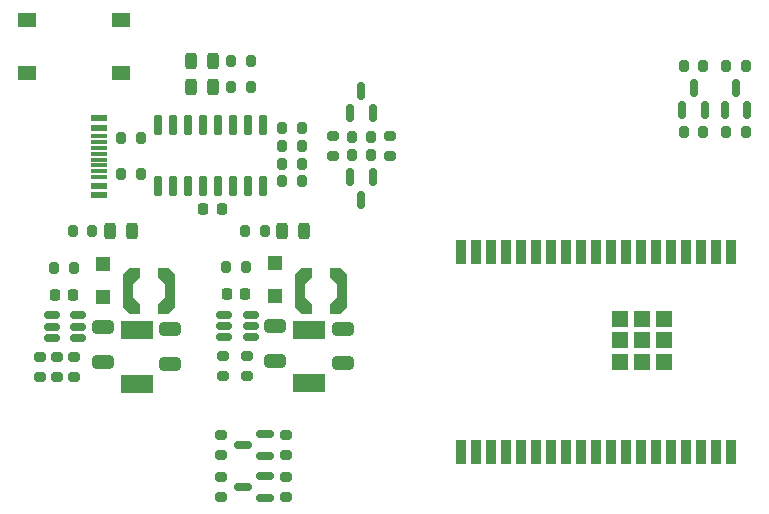
<source format=gbr>
%TF.GenerationSoftware,KiCad,Pcbnew,(6.0.9)*%
%TF.CreationDate,2023-07-14T01:44:04+02:00*%
%TF.ProjectId,Arduino_ESP,41726475-696e-46f5-9f45-53502e6b6963,rev?*%
%TF.SameCoordinates,Original*%
%TF.FileFunction,Paste,Top*%
%TF.FilePolarity,Positive*%
%FSLAX46Y46*%
G04 Gerber Fmt 4.6, Leading zero omitted, Abs format (unit mm)*
G04 Created by KiCad (PCBNEW (6.0.9)) date 2023-07-14 01:44:04*
%MOMM*%
%LPD*%
G01*
G04 APERTURE LIST*
G04 Aperture macros list*
%AMRoundRect*
0 Rectangle with rounded corners*
0 $1 Rounding radius*
0 $2 $3 $4 $5 $6 $7 $8 $9 X,Y pos of 4 corners*
0 Add a 4 corners polygon primitive as box body*
4,1,4,$2,$3,$4,$5,$6,$7,$8,$9,$2,$3,0*
0 Add four circle primitives for the rounded corners*
1,1,$1+$1,$2,$3*
1,1,$1+$1,$4,$5*
1,1,$1+$1,$6,$7*
1,1,$1+$1,$8,$9*
0 Add four rect primitives between the rounded corners*
20,1,$1+$1,$2,$3,$4,$5,0*
20,1,$1+$1,$4,$5,$6,$7,0*
20,1,$1+$1,$6,$7,$8,$9,0*
20,1,$1+$1,$8,$9,$2,$3,0*%
%AMFreePoly0*
4,1,11,1.015000,1.170000,0.435000,0.575000,0.435000,-0.575000,1.015000,-1.170000,1.015000,-1.945000,0.125000,-1.945000,-0.435000,-1.395000,-0.435000,1.395000,0.125000,1.945000,1.015000,1.945000,1.015000,1.170000,1.015000,1.170000,$1*%
%AMFreePoly1*
4,1,11,0.435000,1.395000,0.435000,-1.395000,-0.125000,-1.945000,-1.015000,-1.945000,-1.015000,-1.170000,-0.435000,-0.575000,-0.435000,0.575000,-1.015000,1.170000,-1.015000,1.945000,-0.125000,1.945000,0.435000,1.395000,0.435000,1.395000,$1*%
G04 Aperture macros list end*
%ADD10RoundRect,0.250000X-0.650000X0.325000X-0.650000X-0.325000X0.650000X-0.325000X0.650000X0.325000X0*%
%ADD11R,2.700000X1.500000*%
%ADD12RoundRect,0.150000X0.150000X-0.587500X0.150000X0.587500X-0.150000X0.587500X-0.150000X-0.587500X0*%
%ADD13RoundRect,0.200000X0.275000X-0.200000X0.275000X0.200000X-0.275000X0.200000X-0.275000X-0.200000X0*%
%ADD14RoundRect,0.200000X-0.200000X-0.275000X0.200000X-0.275000X0.200000X0.275000X-0.200000X0.275000X0*%
%ADD15RoundRect,0.200000X0.200000X0.275000X-0.200000X0.275000X-0.200000X-0.275000X0.200000X-0.275000X0*%
%ADD16R,1.550000X1.300000*%
%ADD17RoundRect,0.150000X0.587500X0.150000X-0.587500X0.150000X-0.587500X-0.150000X0.587500X-0.150000X0*%
%ADD18R,0.900000X2.000000*%
%ADD19R,1.330000X1.330000*%
%ADD20RoundRect,0.243750X0.243750X0.456250X-0.243750X0.456250X-0.243750X-0.456250X0.243750X-0.456250X0*%
%ADD21RoundRect,0.200000X-0.275000X0.200000X-0.275000X-0.200000X0.275000X-0.200000X0.275000X0.200000X0*%
%ADD22RoundRect,0.225000X-0.225000X-0.250000X0.225000X-0.250000X0.225000X0.250000X-0.225000X0.250000X0*%
%ADD23RoundRect,0.150000X0.150000X-0.725000X0.150000X0.725000X-0.150000X0.725000X-0.150000X-0.725000X0*%
%ADD24R,1.200000X1.200000*%
%ADD25FreePoly0,0.000000*%
%ADD26FreePoly1,0.000000*%
%ADD27RoundRect,0.243750X-0.243750X-0.456250X0.243750X-0.456250X0.243750X0.456250X-0.243750X0.456250X0*%
%ADD28RoundRect,0.150000X-0.512500X-0.150000X0.512500X-0.150000X0.512500X0.150000X-0.512500X0.150000X0*%
%ADD29RoundRect,0.150000X-0.150000X0.587500X-0.150000X-0.587500X0.150000X-0.587500X0.150000X0.587500X0*%
%ADD30R,1.450000X0.600000*%
%ADD31R,1.450000X0.300000*%
G04 APERTURE END LIST*
D10*
%TO.C,C5*%
X126200000Y-90025000D03*
X126200000Y-92975000D03*
%TD*%
D11*
%TO.C,D3*%
X143700000Y-94778200D03*
X143700000Y-90257000D03*
%TD*%
D12*
%TO.C,IC3*%
X147150000Y-71937500D03*
X149050000Y-71937500D03*
X148100000Y-70062500D03*
%TD*%
%TO.C,Q1*%
X175275000Y-71637500D03*
X177175000Y-71637500D03*
X176225000Y-69762500D03*
%TD*%
D13*
%TO.C,R29*%
X136237500Y-100850000D03*
X136237500Y-99200000D03*
%TD*%
D14*
%TO.C,R14*%
X127775000Y-74000000D03*
X129425000Y-74000000D03*
%TD*%
%TO.C,R4*%
X179000000Y-67900000D03*
X180650000Y-67900000D03*
%TD*%
D15*
%TO.C,R7*%
X148925000Y-75500000D03*
X147275000Y-75500000D03*
%TD*%
%TO.C,R8*%
X148925000Y-73900000D03*
X147275000Y-73900000D03*
%TD*%
D16*
%TO.C,SW1*%
X127775000Y-64050000D03*
X119825000Y-64050000D03*
X127775000Y-68550000D03*
X119825000Y-68550000D03*
%TD*%
D17*
%TO.C,Q3*%
X139937500Y-104525000D03*
X139937500Y-102625000D03*
X138062500Y-103575000D03*
%TD*%
D14*
%TO.C,R1*%
X175400000Y-73500000D03*
X177050000Y-73500000D03*
%TD*%
D18*
%TO.C,IC1*%
X179360000Y-83650000D03*
X178090000Y-83650000D03*
X176820000Y-83650000D03*
X175550000Y-83650000D03*
X174280000Y-83650000D03*
X173010000Y-83650000D03*
X171740000Y-83650000D03*
X170470000Y-83650000D03*
X169200000Y-83650000D03*
X167930000Y-83650000D03*
X166660000Y-83650000D03*
X165390000Y-83650000D03*
X164120000Y-83650000D03*
X162850000Y-83650000D03*
X161580000Y-83650000D03*
X160310000Y-83650000D03*
X159040000Y-83650000D03*
X157770000Y-83650000D03*
X156500000Y-83650000D03*
X156500000Y-100650000D03*
X157770000Y-100650000D03*
X159040000Y-100650000D03*
X160310000Y-100650000D03*
X161580000Y-100650000D03*
X162850000Y-100650000D03*
X164120000Y-100650000D03*
X165390000Y-100650000D03*
X166660000Y-100650000D03*
X167930000Y-100650000D03*
X169200000Y-100650000D03*
X170470000Y-100650000D03*
X171740000Y-100650000D03*
X173010000Y-100650000D03*
X174280000Y-100650000D03*
X175550000Y-100650000D03*
X176820000Y-100650000D03*
X178090000Y-100650000D03*
X179360000Y-100650000D03*
D19*
X173695000Y-89315000D03*
X171860000Y-89315000D03*
X170025000Y-89315000D03*
X170025000Y-91150000D03*
X170025000Y-92985000D03*
X171860000Y-92985000D03*
X173695000Y-92985000D03*
X173695000Y-91150000D03*
X171860000Y-91150000D03*
%TD*%
D13*
%TO.C,R6*%
X145700000Y-75525000D03*
X145700000Y-73875000D03*
%TD*%
D15*
%TO.C,R3*%
X177050000Y-67900000D03*
X175400000Y-67900000D03*
%TD*%
D10*
%TO.C,C7*%
X131900000Y-90225000D03*
X131900000Y-93175000D03*
%TD*%
D13*
%TO.C,R16*%
X123800000Y-94225000D03*
X123800000Y-92575000D03*
%TD*%
D14*
%TO.C,R19*%
X141400000Y-73200000D03*
X143050000Y-73200000D03*
%TD*%
%TO.C,R21*%
X141400000Y-76200000D03*
X143050000Y-76200000D03*
%TD*%
D20*
%TO.C,D1*%
X135512500Y-67500000D03*
X133637500Y-67500000D03*
%TD*%
D21*
%TO.C,R28*%
X136237500Y-102750000D03*
X136237500Y-104400000D03*
%TD*%
D22*
%TO.C,C1*%
X134725000Y-80000000D03*
X136275000Y-80000000D03*
%TD*%
D10*
%TO.C,C4*%
X146500000Y-90168000D03*
X146500000Y-93118000D03*
%TD*%
D23*
%TO.C,U1*%
X130855000Y-78075000D03*
X132125000Y-78075000D03*
X133395000Y-78075000D03*
X134665000Y-78075000D03*
X135935000Y-78075000D03*
X137205000Y-78075000D03*
X138475000Y-78075000D03*
X139745000Y-78075000D03*
X139745000Y-72925000D03*
X138475000Y-72925000D03*
X137205000Y-72925000D03*
X135935000Y-72925000D03*
X134665000Y-72925000D03*
X133395000Y-72925000D03*
X132125000Y-72925000D03*
X130855000Y-72925000D03*
%TD*%
D14*
%TO.C,R11*%
X137075000Y-69700000D03*
X138725000Y-69700000D03*
%TD*%
D17*
%TO.C,Q4*%
X139925000Y-100975000D03*
X139925000Y-99075000D03*
X138050000Y-100025000D03*
%TD*%
D12*
%TO.C,Q2*%
X178875000Y-71637500D03*
X180775000Y-71637500D03*
X179825000Y-69762500D03*
%TD*%
D10*
%TO.C,C2*%
X140800000Y-89968000D03*
X140800000Y-92918000D03*
%TD*%
D24*
%TO.C,D4*%
X140800000Y-84600000D03*
X140800000Y-87400000D03*
%TD*%
D25*
%TO.C,L1*%
X142935000Y-86943000D03*
D26*
X146465000Y-86943000D03*
%TD*%
D27*
%TO.C,D5*%
X141400000Y-81900000D03*
X143275000Y-81900000D03*
%TD*%
D24*
%TO.C,D7*%
X126200000Y-84700000D03*
X126200000Y-87500000D03*
%TD*%
D22*
%TO.C,C6*%
X122125000Y-87300000D03*
X123675000Y-87300000D03*
%TD*%
D13*
%TO.C,R25*%
X122350000Y-94225000D03*
X122350000Y-92575000D03*
%TD*%
D21*
%TO.C,R5*%
X150500000Y-73875000D03*
X150500000Y-75525000D03*
%TD*%
D14*
%TO.C,R2*%
X179000000Y-73500000D03*
X180650000Y-73500000D03*
%TD*%
%TO.C,R15*%
X127775000Y-77100000D03*
X129425000Y-77100000D03*
%TD*%
D28*
%TO.C,U3*%
X121862500Y-89050000D03*
X121862500Y-90000000D03*
X121862500Y-90950000D03*
X124137500Y-90950000D03*
X124137500Y-90000000D03*
X124137500Y-89050000D03*
%TD*%
D14*
%TO.C,R20*%
X141400000Y-74700000D03*
X143050000Y-74700000D03*
%TD*%
D15*
%TO.C,R17*%
X123725000Y-85000000D03*
X122075000Y-85000000D03*
%TD*%
%TO.C,R12*%
X138325000Y-84943000D03*
X136675000Y-84943000D03*
%TD*%
D28*
%TO.C,U2*%
X136462500Y-88993000D03*
X136462500Y-89943000D03*
X136462500Y-90893000D03*
X138737500Y-90893000D03*
X138737500Y-89943000D03*
X138737500Y-88993000D03*
%TD*%
D27*
%TO.C,D8*%
X126837500Y-81900000D03*
X128712500Y-81900000D03*
%TD*%
D15*
%TO.C,R24*%
X125300000Y-81900000D03*
X123650000Y-81900000D03*
%TD*%
D21*
%TO.C,R13*%
X136400000Y-92518000D03*
X136400000Y-94168000D03*
%TD*%
%TO.C,R18*%
X120900000Y-92575000D03*
X120900000Y-94225000D03*
%TD*%
D13*
%TO.C,R9*%
X138400000Y-94168000D03*
X138400000Y-92518000D03*
%TD*%
D29*
%TO.C,IC2*%
X149050000Y-77362500D03*
X147150000Y-77362500D03*
X148100000Y-79237500D03*
%TD*%
D14*
%TO.C,R10*%
X137075000Y-67500000D03*
X138725000Y-67500000D03*
%TD*%
D15*
%TO.C,R23*%
X139900000Y-81900000D03*
X138250000Y-81900000D03*
%TD*%
D22*
%TO.C,C3*%
X136725000Y-87243000D03*
X138275000Y-87243000D03*
%TD*%
D11*
%TO.C,D6*%
X129100000Y-94835200D03*
X129100000Y-90314000D03*
%TD*%
D14*
%TO.C,R22*%
X141400000Y-77700000D03*
X143050000Y-77700000D03*
%TD*%
D25*
%TO.C,L2*%
X128335000Y-87000000D03*
D26*
X131865000Y-87000000D03*
%TD*%
D20*
%TO.C,D2*%
X135537500Y-69700000D03*
X133662500Y-69700000D03*
%TD*%
D13*
%TO.C,R27*%
X141737500Y-100850000D03*
X141737500Y-99200000D03*
%TD*%
%TO.C,R26*%
X141750000Y-104400000D03*
X141750000Y-102750000D03*
%TD*%
D30*
%TO.C,J6*%
X125885000Y-72350000D03*
X125885000Y-73150000D03*
D31*
X125885000Y-74350000D03*
X125885000Y-75350000D03*
X125885000Y-75850000D03*
X125885000Y-76850000D03*
D30*
X125885000Y-78050000D03*
X125885000Y-78850000D03*
X125885000Y-78850000D03*
X125885000Y-78050000D03*
D31*
X125885000Y-77350000D03*
X125885000Y-76350000D03*
X125885000Y-74850000D03*
X125885000Y-73850000D03*
D30*
X125885000Y-73150000D03*
X125885000Y-72350000D03*
%TD*%
M02*

</source>
